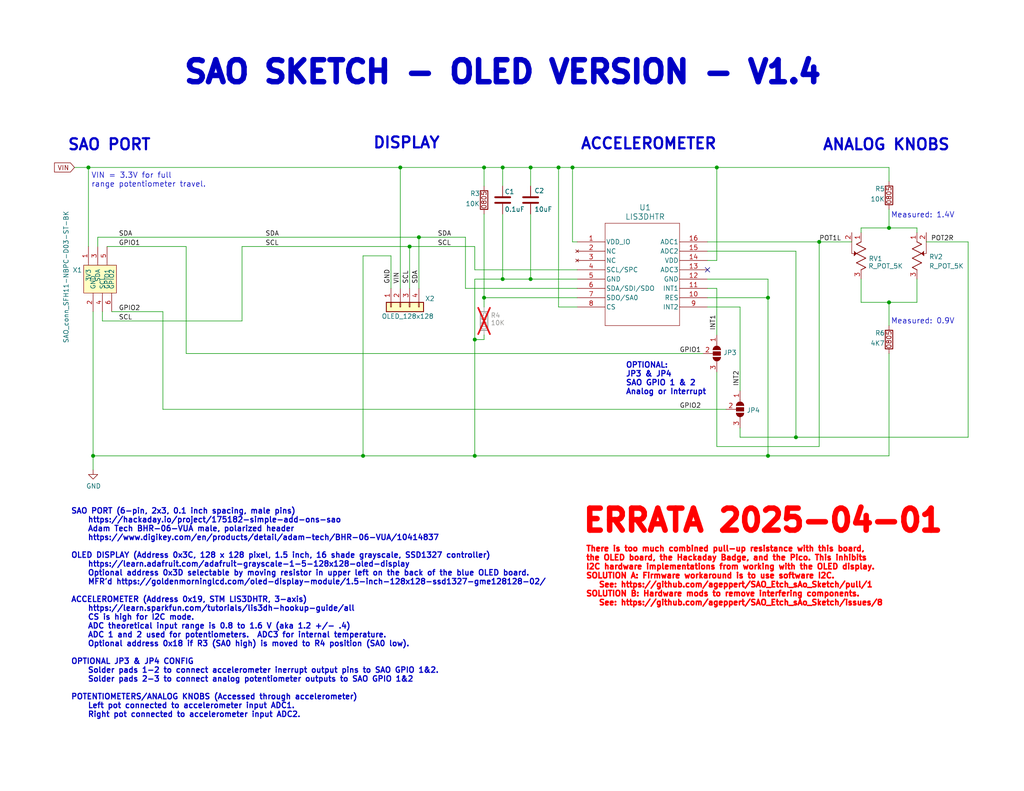
<source format=kicad_sch>
(kicad_sch (version 20231120) (generator "eeschema") (generator_version "8.0")
  (paper "A")
  (title_block (title "Etch sAo Sketch - OLED Version") (date "2025-04-12") (rev "1.4") (company "Concept and design by Andy Geppert @ www.MachineIdeas.com") (comment 2 "https://hackaday.io/project/197581-etch-sao-sketch") (comment 3 "https://github.com/ageppert/SAO_Etch_sAo_Sketch/") (comment 4 "All non-polarized capacitors are X7R or X5R ceramic unless otherwise noted."))
  (lib_symbols
    (symbol "ANDY_SYMBOL_LIBRARY:GND" (power) (pin_names (offset 0))
      (property "Value" "GND" (at 3.937 -1.905 0))
      (symbol "GND_0_1"
        (polyline (pts (xy 0 0) (xy 0 -1.27) (xy 1.27 -1.27) (xy 0 -2.54) (xy -1.27 -1.27) (xy 0 -1.27)))
      )
      (symbol "GND_1_1"
        (pin power_in line (at 0 0 270) (length 0) hide (name "GND") (number "1"))
      )
    )
    (symbol "ANDY_SYMBOL_LIBRARY:LIS3DHTR" (pin_names (offset 0.254))
      (property "Reference" "U" (at 18.288 9.652 0))
      (property "Value" "LIS3DHTR" (at 18.288 7.112 0))
      (symbol "LIS3DHTR_0_1"
        (polyline (pts (xy 7.62 -22.86) (xy 27.94 -22.86)) (stroke (width 0.127)))
        (polyline (pts (xy 7.62 5.08) (xy 7.62 -22.86)) (stroke (width 0.127)))
        (polyline (pts (xy 27.94 -22.86) (xy 27.94 5.08)) (stroke (width 0.127)))
        (polyline (pts (xy 27.94 5.08) (xy 7.62 5.08)) (stroke (width 0.127)))
        (pin power_in line (at 0 0 0) (length 7.62) (name "VDD_IO") (number "1"))
        (pin unspecified line (at 35.56 -15.24 180) (length 7.62) (name "RES") (number "10"))
        (pin unspecified line (at 35.56 -12.7 180) (length 7.62) (name "INT1") (number "11"))
        (pin power_in line (at 35.56 -10.16 180) (length 7.62) (name "GND") (number "12"))
        (pin input line (at 35.56 -7.62 180) (length 7.62) (name "ADC3") (number "13"))
        (pin power_in line (at 35.56 -5.08 180) (length 7.62) (name "VDD") (number "14"))
        (pin input line (at 35.56 -2.54 180) (length 7.62) (name "ADC2") (number "15"))
        (pin input line (at 35.56 0 180) (length 7.62) (name "ADC1") (number "16"))
        (pin no_connect line (at 0 -2.54 0) (length 7.62) (name "NC") (number "2"))
        (pin no_connect line (at 0 -5.08 0) (length 7.62) (name "NC") (number "3"))
        (pin unspecified line (at 0 -7.62 0) (length 7.62) (name "SCL/SPC") (number "4"))
        (pin power_in line (at 0 -10.16 0) (length 7.62) (name "GND") (number "5"))
        (pin unspecified line (at 0 -12.7 0) (length 7.62) (name "SDA/SDI/SDO") (number "6"))
        (pin unspecified line (at 0 -15.24 0) (length 7.62) (name "SDO/SA0") (number "7"))
        (pin unspecified line (at 0 -17.78 0) (length 7.62) (name "CS") (number "8"))
        (pin unspecified line (at 35.56 -17.78 180) (length 7.62) (name "INT2") (number "9"))
      )
    )
    (symbol "ANDY_SYMBOL_LIBRARY:POT_91AR5KLF" (pin_names (offset 0.254))
      (property "Reference" "R" (at 5.715 6.985 0))
      (property "Value" "POT_91AR5KLF" (at 6.35 -3.81 0))
      (symbol "POT_91AR5KLF_1_1"
        (polyline (pts (xy 2.54 0) (xy 3.175 1.27)) (stroke (width 0.2032)))
        (polyline (pts (xy 2.54 2.54) (xy 5.715 2.54)) (stroke (width 0.127)))
        (polyline (pts (xy 3.175 1.27) (xy 4.445 -1.27)) (stroke (width 0.2032)))
        (polyline (pts (xy 4.445 -1.27) (xy 5.715 1.27)) (stroke (width 0.2032)))
        (polyline (pts (xy 5.715 1.27) (xy 6.985 -1.27)) (stroke (width 0.2032)))
        (polyline (pts (xy 5.715 2.54) (xy 5.715 1.27)) (stroke (width 0.127)))
        (polyline (pts (xy 6.985 -1.27) (xy 8.255 1.27)) (stroke (width 0.2032)))
        (polyline (pts (xy 8.255 1.27) (xy 9.525 -1.27)) (stroke (width 0.2032)))
        (polyline (pts (xy 9.525 -1.27) (xy 10.16 0)) (stroke (width 0.2032)))
        (polyline (pts (xy 5.08 1.905) (xy 5.715 1.27) (xy 6.35 1.905) (xy 5.715 1.905)) (fill (type outline)))
        (pin unspecified line (at 0 0 0) (length 2.54) (name "") (number "1"))
        (pin unspecified line (at 2.54 2.54 180) (length 2.54) (name "") (number "2"))
        (pin unspecified line (at 12.7 0 180) (length 2.54) (name "") (number "3"))
      )
    )
    (symbol "ANDY_SYMBOL_LIBRARY:Resistor_0805" (pin_numbers hide) (pin_names (offset 0))
      (property "Reference" "R" (at 2.032 0 90))
      (property "Value" "Resistor_0805" (at 0 0 90))
      (symbol "Resistor_0805_0_1"
        (rectangle (start -1.016 -2.54) (end 1.016 2.54) (stroke (width 0.254)))
      )
      (symbol "Resistor_0805_1_1"
        (text "0805" (at 0 0 900) (effects (font (size 1.27 1.27))))
        (pin passive line (at 0 3.81 270) (length 1.27) (name "~") (number "1"))
        (pin passive line (at 0 -3.81 90) (length 1.27) (name "~") (number "2"))
      )
    )
    (symbol "ANDY_SYMBOL_LIBRARY:SAO_conn_SFH11-NBPC-D03-ST-BK-badgelife_shitty_addon_v169bis" (pin_names (offset 1.016))
      (property "Reference" "X1" (at -8.1534 1.1938 0))
      (property "Value" "SAO_conn_SFH11-NBPC-D03-ST-BK" (at -10.6934 -18.9484 0))
      (symbol "SAO_conn_SFH11-NBPC-D03-ST-BK-badgelife_shitty_addon_v169bis_0_1"
        (rectangle (start -5.08 2.54) (end 3.81 -5.08) (fill (type background)))
      )
      (symbol "SAO_conn_SFH11-NBPC-D03-ST-BK-badgelife_shitty_addon_v169bis_1_1"
        (pin input line (at -3.81 7.62 270) (length 5.08) (name "3V3") (number "1"))
        (pin input line (at -2.54 -10.16 90) (length 5.08) (name "GND") (number "2"))
        (pin input line (at -1.27 7.62 270) (length 5.08) (name "SDA") (number "3"))
        (pin input line (at 0 -10.16 90) (length 5.08) (name "SCL") (number "4"))
        (pin input line (at 1.27 7.62 270) (length 5.08) (name "GPIO1") (number "5"))
        (pin input line (at 2.54 -10.16 90) (length 5.08) (name "GPIO2") (number "6"))
      )
    )
    (symbol "CORE_64_LIBRARY:SolderJumper_3_Open-Jumper" (pin_names (offset 0) hide)
      (property "Reference" "JP1" (at -1.27 2.54 90))
      (symbol "SolderJumper_3_Open-Jumper_0_1"
        (arc (start -1.016 1.016) (mid -2.0275 0) (end -1.016 -1.016))
        (arc (start -1.016 1.016) (mid -2.0275 0) (end -1.016 -1.016) (fill (type outline)))
        (rectangle (start -0.508 1.016) (end 0.508 -1.016) (fill (type outline)))
        (polyline (pts (xy -2.54 0) (xy -2.032 0)))
        (polyline (pts (xy -1.016 1.016) (xy -1.016 -1.016)))
        (polyline (pts (xy 0 -1.27) (xy 0 -1.016)))
        (polyline (pts (xy 1.016 1.016) (xy 1.016 -1.016)))
        (polyline (pts (xy 2.54 0) (xy 2.032 0)))
        (arc (start 1.016 -1.016) (mid 2.0275 0) (end 1.016 1.016))
        (arc (start 1.016 -1.016) (mid 2.0275 0) (end 1.016 1.016) (fill (type outline)))
      )
      (symbol "SolderJumper_3_Open-Jumper_1_1"
        (pin passive line (at -5.08 0 0) (length 2.54) (name "A") (number "1"))
        (pin input line (at 0 -3.81 90) (length 2.54) (name "C") (number "2"))
        (pin passive line (at 5.08 0 180) (length 2.54) (name "B") (number "3"))
      )
    )
    (symbol "Connector_Generic:Conn_01x04" (pin_names (offset 1.016) hide)
      (property "Reference" "J" (at 0 5.08 0))
      (property "Value" "Conn_01x04" (at 0 -7.62 0))
      (symbol "Conn_01x04_1_1"
        (rectangle (start -1.27 -4.953) (end 0 -5.207) (stroke (width 0.1524)))
        (rectangle (start -1.27 -2.413) (end 0 -2.667) (stroke (width 0.1524)))
        (rectangle (start -1.27 0.127) (end 0 -0.127) (stroke (width 0.1524)))
        (rectangle (start -1.27 2.667) (end 0 2.413) (stroke (width 0.1524)))
        (rectangle (start -1.27 3.81) (end 1.27 -6.35) (stroke (width 0.254)) (fill (type background)))
        (pin passive line (at -5.08 2.54 0) (length 3.81) (name "Pin_1") (number "1"))
        (pin passive line (at -5.08 0 0) (length 3.81) (name "Pin_2") (number "2"))
        (pin passive line (at -5.08 -2.54 0) (length 3.81) (name "Pin_3") (number "3"))
        (pin passive line (at -5.08 -5.08 0) (length 3.81) (name "Pin_4") (number "4"))
      )
    )
    (symbol "Device:C" (pin_numbers hide) (pin_names (offset 0.254))
      (property "Reference" "C" (at 0.635 2.54 0))
      (property "Value" "C" (at 0.635 -2.54 0))
      (symbol "C_0_1"
        (polyline (pts (xy -2.032 -0.762) (xy 2.032 -0.762)) (stroke (width 0.508)))
        (polyline (pts (xy -2.032 0.762) (xy 2.032 0.762)) (stroke (width 0.508)))
      )
      (symbol "C_1_1"
        (pin passive line (at 0 3.81 270) (length 2.794) (name "~") (number "1"))
        (pin passive line (at 0 -3.81 90) (length 2.794) (name "~") (number "2"))
      )
    )
  )
  (bus_alias "CA_SHIFT_REGISTER_BUS" (members "CM_SR_CLK" "CM_SR_LAT" "CM_SR_~{OE}" "CM_SR_SER1"))
  (bus_alias "CM_TRANSISTOR_DRIVE_BUS" (members "CM_Q1N" "CM_Q1P" "CM_Q2N" "CM_Q2P" "CM_Q3N" "CM_Q3P" "CM_Q4N" "CM_Q4P" "CM_Q5N" "CM_Q5P" "CM_Q6N" "CM_Q6P" "CM_Q7N" "CM_Q7P" "CM_Q8N" "CM_Q8P" "CM_Q9N" "CM_Q9P" "CM_Q10N" "CM_Q10P" "CA_SR_GPO_A" "CA_SR_GPO_B" "CA_SR_GPO_C" "CA_SR_GPO_D"))
  (bus_alias "GPIO_CPS_BUS" (members "GPIO1_CP1_SAO1" "GPIO2_CP2_SAO2" "GPIO3_CP3_DC" "GPIO4_CP4_CS2" "GPIO5_CP5_HS1" "GPIO6_CP6_HS2" "GPIO7_CP7_HS3" "GPIO8_CP8_HS4"))
  (bus_alias "I2C_3V3_BUS" (members "I2C_3V3_SCL" "I2C_3V3_SDA"))
  (bus_alias "SPI_3V3_BUS" (members "SPI_CD" "SPI_RESET" "SPI_SDI" "SPI_CS1" "SPI_CLK" "SPI_SDO"))
  (junction (at 217.17 119.38))
  (junction (at 109.22 45.72))
  (junction (at 132.08 45.72))
  (junction (at 25.4 124.46))
  (junction (at 209.55 124.46))
  (junction (at 144.78 76.2))
  (junction (at 144.78 45.72))
  (junction (at 195.58 45.72))
  (junction (at 129.54 92.71))
  (junction (at 242.57 62.23))
  (junction (at 137.16 45.72))
  (junction (at 242.57 82.55))
  (junction (at 24.13 45.72))
  (junction (at 152.4 45.72))
  (junction (at 114.3 64.77))
  (junction (at 209.55 81.28))
  (junction (at 111.76 67.31))
  (junction (at 129.54 124.46))
  (junction (at 156.21 45.72))
  (junction (at 223.52 66.04))
  (junction (at 137.16 76.2))
  (junction (at 99.06 124.46))
  (junction (at 132.08 81.28))
  (no_connect (at 193.04 73.66))
  (wire (pts (xy 156.21 45.72) (xy 195.58 45.72)))
  (wire (pts (xy 217.17 119.38) (xy 264.16 119.38)))
  (wire (pts (xy 27.94 87.63) (xy 27.94 85.09)))
  (wire (pts (xy 195.58 121.92) (xy 195.58 101.6)))
  (wire (pts (xy 193.04 83.82) (xy 201.93 83.82)))
  (wire (pts (xy 132.08 81.28) (xy 132.08 58.42)))
  (wire (pts (xy 127 78.74) (xy 127 64.77)))
  (wire (pts (xy 252.73 66.04) (xy 264.16 66.04)))
  (wire (pts (xy 195.58 45.72) (xy 242.57 45.72)))
  (wire (pts (xy 30.48 85.09) (xy 44.45 85.09)))
  (wire (pts (xy 264.16 119.38) (xy 264.16 66.04)))
  (wire (pts (xy 137.16 58.42) (xy 137.16 76.2)))
  (wire (pts (xy 25.4 124.46) (xy 99.06 124.46)))
  (wire (pts (xy 157.48 81.28) (xy 132.08 81.28)))
  (wire (pts (xy 137.16 45.72) (xy 137.16 50.8)))
  (wire (pts (xy 20.32 45.72) (xy 24.13 45.72)))
  (wire (pts (xy 50.8 67.31) (xy 50.8 96.52)))
  (wire (pts (xy 109.22 45.72) (xy 132.08 45.72)))
  (wire (pts (xy 242.57 88.9) (xy 242.57 82.55)))
  (wire (pts (xy 50.8 96.52) (xy 191.77 96.52)))
  (wire (pts (xy 193.04 78.74) (xy 195.58 78.74)))
  (wire (pts (xy 132.08 91.44) (xy 132.08 92.71)))
  (wire (pts (xy 137.16 45.72) (xy 144.78 45.72)))
  (wire (pts (xy 129.54 124.46) (xy 209.55 124.46)))
  (wire (pts (xy 144.78 45.72) (xy 144.78 50.8)))
  (wire (pts (xy 24.13 45.72) (xy 109.22 45.72)))
  (wire (pts (xy 234.95 76.2) (xy 234.95 82.55)))
  (wire (pts (xy 114.3 64.77) (xy 127 64.77)))
  (wire (pts (xy 144.78 76.2) (xy 157.48 76.2)))
  (wire (pts (xy 99.06 124.46) (xy 129.54 124.46)))
  (wire (pts (xy 129.54 76.2) (xy 129.54 92.71)))
  (wire (pts (xy 217.17 68.58) (xy 217.17 119.38)))
  (wire (pts (xy 26.67 64.77) (xy 26.67 67.31)))
  (wire (pts (xy 157.48 78.74) (xy 127 78.74)))
  (wire (pts (xy 152.4 83.82) (xy 157.48 83.82)))
  (wire (pts (xy 109.22 45.72) (xy 109.22 78.74)))
  (wire (pts (xy 26.67 64.77) (xy 114.3 64.77)))
  (wire (pts (xy 106.68 69.85) (xy 106.68 78.74)))
  (wire (pts (xy 195.58 78.74) (xy 195.58 91.44)))
  (wire (pts (xy 242.57 82.55) (xy 250.19 82.55)))
  (wire (pts (xy 157.48 66.04) (xy 156.21 66.04)))
  (wire (pts (xy 195.58 45.72) (xy 195.58 71.12)))
  (wire (pts (xy 132.08 45.72) (xy 137.16 45.72)))
  (wire (pts (xy 223.52 66.04) (xy 223.52 121.92)))
  (wire (pts (xy 209.55 124.46) (xy 242.57 124.46)))
  (wire (pts (xy 132.08 92.71) (xy 129.54 92.71)))
  (wire (pts (xy 44.45 111.76) (xy 198.12 111.76)))
  (wire (pts (xy 144.78 45.72) (xy 152.4 45.72)))
  (wire (pts (xy 234.95 62.23) (xy 242.57 62.23)))
  (wire (pts (xy 27.94 87.63) (xy 66.04 87.63)))
  (wire (pts (xy 242.57 96.52) (xy 242.57 124.46)))
  (wire (pts (xy 114.3 64.77) (xy 114.3 78.74)))
  (wire (pts (xy 111.76 67.31) (xy 129.54 67.31)))
  (wire (pts (xy 152.4 45.72) (xy 152.4 83.82)))
  (wire (pts (xy 193.04 71.12) (xy 195.58 71.12)))
  (wire (pts (xy 137.16 76.2) (xy 144.78 76.2)))
  (wire (pts (xy 44.45 85.09) (xy 44.45 111.76)))
  (wire (pts (xy 223.52 66.04) (xy 232.41 66.04)))
  (wire (pts (xy 242.57 45.72) (xy 242.57 49.53)))
  (wire (pts (xy 137.16 76.2) (xy 129.54 76.2)))
  (wire (pts (xy 217.17 68.58) (xy 193.04 68.58)))
  (wire (pts (xy 223.52 121.92) (xy 195.58 121.92)))
  (wire (pts (xy 129.54 73.66) (xy 129.54 67.31)))
  (wire (pts (xy 201.93 83.82) (xy 201.93 106.68)))
  (wire (pts (xy 152.4 45.72) (xy 156.21 45.72)))
  (wire (pts (xy 209.55 81.28) (xy 209.55 124.46)))
  (wire (pts (xy 144.78 58.42) (xy 144.78 76.2)))
  (wire (pts (xy 156.21 66.04) (xy 156.21 45.72)))
  (wire (pts (xy 250.19 76.2) (xy 250.19 82.55)))
  (wire (pts (xy 99.06 69.85) (xy 99.06 124.46)))
  (wire (pts (xy 234.95 62.23) (xy 234.95 63.5)))
  (wire (pts (xy 129.54 92.71) (xy 129.54 124.46)))
  (wire (pts (xy 242.57 62.23) (xy 250.19 62.23)))
  (wire (pts (xy 25.4 128.27) (xy 25.4 124.46)))
  (wire (pts (xy 242.57 57.15) (xy 242.57 62.23)))
  (wire (pts (xy 111.76 67.31) (xy 111.76 78.74)))
  (wire (pts (xy 201.93 119.38) (xy 217.17 119.38)))
  (wire (pts (xy 66.04 67.31) (xy 66.04 87.63)))
  (wire (pts (xy 99.06 69.85) (xy 106.68 69.85)))
  (wire (pts (xy 66.04 67.31) (xy 111.76 67.31)))
  (wire (pts (xy 157.48 73.66) (xy 129.54 73.66)))
  (wire (pts (xy 193.04 81.28) (xy 209.55 81.28)))
  (wire (pts (xy 250.19 62.23) (xy 250.19 63.5)))
  (wire (pts (xy 29.21 67.31) (xy 50.8 67.31)))
  (wire (pts (xy 25.4 124.46) (xy 25.4 85.09)))
  (wire (pts (xy 234.95 82.55) (xy 242.57 82.55)))
  (wire (pts (xy 209.55 76.2) (xy 209.55 81.28)))
  (wire (pts (xy 132.08 81.28) (xy 132.08 83.82)))
  (wire (pts (xy 193.04 76.2) (xy 209.55 76.2)))
  (wire (pts (xy 201.93 119.38) (xy 201.93 116.84)))
  (wire (pts (xy 193.04 66.04) (xy 223.52 66.04)))
  (wire (pts (xy 132.08 45.72) (xy 132.08 50.8)))
  (wire (pts (xy 24.13 45.72) (xy 24.13 67.31)))
  (text "SAO PORT (6-pin, 2x3, 0.1 inch spacing, male pins)\n    https://hackaday.io/project/175182-simple-add-ons-sao\n    Adam Tech BHR-06-VUA male, polarized header\n    https://www.digikey.com/en/products/detail/adam-tech/BHR-06-VUA/10414837\n\nOLED DISPLAY (Address 0x3C, 128 x 128 pixel, 1.5 inch, 16 shade grayscale, SSD1327 controller)\n    https://learn.adafruit.com/adafruit-grayscale-1-5-128x128-oled-display\n    Optional address 0x3D selectable by moving resistor in upper left on the back of the blue OLED board.\n    MFR'd https://goldenmorninglcd.com/oled-display-module/1.5-inch-128x128-ssd1327-gme128128-02/\n\nACCELEROMETER (Address 0x19, STM LIS3DHTR, 3-axis)\n    https://learn.sparkfun.com/tutorials/lis3dh-hookup-guide/all\n    CS is high for I2C mode.\n    ADC theoretical input range is 0.8 to 1.6 V (aka 1.2 +/- .4)\n    ADC 1 and 2 used for potentiometers.  ADC3 for internal temperature.\n    Optional address 0x18 if R3 (SA0 high) is moved to R4 position (SA0 low).\n\nOPTIONAL JP3 & JP4 CONFIG\n    Solder pads 1-2 to connect accelerometer inerrupt output pins to SAO GPIO 1&2.\n    Solder pads 2-3 to connect analog potentiometer outputs to SAO GPIO 1&2  \n\nPOTENTIOMETERS/ANALOG KNOBS (Accessed through accelerometer)\n    Left pot connected to accelerometer input ADC1.\n    Right pot connected to accelerometer input ADC2." (at 19.304 196.088 0) (effects (font (size 1.5 1.5) (thickness 0.3) (bold yes)) (justify left bottom)))
  (text "Measured: 1.4V" (at 243.078 59.69 0) (effects (font (size 1.5 1.5)) (justify left bottom)))
  (text "DISPLAY" (at 101.6 40.894 0) (effects (font (size 3 3) (thickness 0.6) (bold yes)) (justify left bottom)))
  (text "ANALOG KNOBS" (at 224.282 41.402 0) (effects (font (size 3 3) (thickness 0.6) (bold yes)) (justify left bottom)))
  (text "SAO SKETCH - OLED VERSION - V1.4" (at 137.16 23.368 0) (effects (font (size 6 6) (thickness 1.6) (bold yes)) (justify bottom)))
  (text "Measured: 0.9V" (at 243.078 88.646 0) (effects (font (size 1.5 1.5)) (justify left bottom)))
  (text "VIN = 3.3V for full\nrange potentiometer travel." (at 24.892 51.308 0) (effects (font (size 1.5 1.5)) (justify left bottom)))
  (text "OPTIONAL:\nJP3 & JP4\nSAO GPIO 1 & 2\nAnalog or Interrupt" (at 170.688 107.95 0) (effects (font (size 1.5 1.5) (thickness 0.3) (bold yes)) (justify left bottom)))
  (text "There is too much combined pull-up resistance with this board,\nthe OLED board, the Hackaday Badge, and the Pico. This inhibits\nI2C hardware implementations from working with the OLED display.\nSOLUTION A: Firmware workaround is to use software I2C.\n   See: https://github.com/ageppert/SAO_Etch_sAo_Sketch/pull/1\nSOLUTION B: Hardware mods to remove interfering components.\n   See: https://github.com/ageppert/SAO_Etch_sAo_Sketch/issues/8" (at 159.766 165.608 0) (effects (font (size 1.524 1.524) (thickness 1.6) (bold yes)) (justify left bottom)))
  (text "ACCELEROMETER" (at 158.242 41.148 0) (effects (font (size 3 3) (thickness 0.6) (bold yes)) (justify left bottom)))
  (text "SAO PORT" (at 18.288 41.402 0) (effects (font (size 3 3) (thickness 0.6) (bold yes)) (justify left bottom)))
  (text "ERRATA 2025-04-01" (at 158.496 145.796 0) (effects (font (size 6 6) (thickness 1.6) (bold yes)) (justify left bottom)))
  (label "SDA" (at 32.385 64.77 0))
  (label "GPIO1" (at 32.385 67.31 0))
  (label "SCL" (at 32.385 87.63 0))
  (label "POT2R" (at 254 66.04 0))
  (label "VIN" (at 109.22 77.47 90))
  (label "INT2" (at 201.93 105.41 90))
  (label "GPIO2" (at 32.385 85.09 0))
  (label "GPIO1" (at 185.42 96.52 0))
  (label "SCL" (at 119.38 67.31 0))
  (label "SCL" (at 111.76 77.47 90))
  (label "SDA" (at 72.39 64.77 0))
  (label "GND" (at 106.68 77.47 90))
  (label "GPIO2" (at 185.42 111.76 0))
  (label "SDA" (at 114.3 77.47 90))
  (label "POT1L" (at 223.52 66.04 0))
  (label "SDA" (at 119.38 64.77 0))
  (label "SCL" (at 72.39 67.31 0))
  (label "INT1" (at 195.58 90.17 90))
  (global_label "VIN" (shape input) (at 20.32 45.72 180) (property "Intersheetrefs" "${INTERSHEET_REFS}" (effects (hide yes))))
  (symbol (lib_id "CORE_64_LIBRARY:SolderJumper_3_Open-Jumper") (at 201.93 111.76 270) (unit 1)
    (property "Reference" "JP4" (at 203.708 112.014 90) (effects (justify left)))
    (property "Value" "SolderJumper_3_Open" (effects (hide yes)))
    (property "Footprint" "Jumper:SolderJumper-3_P1.3mm_Open_RoundedPad1.0x1.5mm_NumberLabels" (effects (hide yes)))
    (property "Insert?" "No" (effects (hide yes)))
    (property "Populate" "DNP" (effects (hide yes)))
  )
  (symbol (lib_id "CORE_64_LIBRARY:SolderJumper_3_Open-Jumper") (at 195.58 96.52 270) (unit 1)
    (property "Reference" "JP3" (at 197.358 96.266 90) (effects (justify left)))
    (property "Value" "SolderJumper_3_Open" (effects (hide yes)))
    (property "Footprint" "Jumper:SolderJumper-3_P1.3mm_Open_RoundedPad1.0x1.5mm_NumberLabels" (effects (hide yes)))
    (property "Insert?" "No" (effects (hide yes)))
    (property "Populate" "DNP" (effects (hide yes)))
  )
  (symbol (lib_id "ANDY_SYMBOL_LIBRARY:GND") (at 25.4 128.27 0) (unit 1)
    (property "Reference" "#PWR02" (effects (hide yes)))
    (property "Value" "GND" (at 25.527 132.715 0))
  )
  (symbol (lib_id "ANDY_SYMBOL_LIBRARY:LIS3DHTR") (at 157.48 66.04 0) (unit 1)
    (property "Reference" "U1" (at 176.022 56.642 0) (effects (font (size 1.524 1.524))))
    (property "Value" "LIS3DHTR" (at 176.022 59.182 0) (effects (font (size 1.524 1.524))))
    (property "Footprint" "Andy_Footprint_Library:LGA-16_3x3x1mm_STM" (effects (hide yes)))
    (property "Datasheet" "LIS3DHTR" (effects (hide yes)))
    (property "Digi-Key_PN" "497-10613-2-ND" (effects (hide yes)))
    (property "LCSC" "C15134" (effects (hide yes)))
    (property "Manufacturer" "STMicroelectronics" (effects (hide yes)))
    (property "Manufacturer_Part_Number" "LIS3DHTR" (effects (hide yes)))
  )
  (symbol (lib_id "Connector_Generic:Conn_01x04") (at 109.22 83.82 90) (mirror x) (unit 1)
    (property "Reference" "X2" (at 118.618 81.534 90) (effects (justify left)))
    (property "Value" "OLED_128x128" (at 118.364 86.36 90) (effects (justify left)))
    (property "Footprint" "Andy_Footprint_Library:OLED_1.50_128x128" (effects (hide yes)))
    (property "Insert?" "No" (effects (hide yes)))
    (property "Populate" "DNP" (effects (hide yes)))
    (property "User Optional" "yes" (effects (hide yes)))
  )
  (symbol (lib_id "ANDY_SYMBOL_LIBRARY:POT_91AR5KLF") (at 234.95 63.5 90) (mirror x) (unit 1)
    (property "Reference" "RV1" (at 240.792 70.612 90) (effects (justify left)))
    (property "Value" "R_POT_5K" (at 246.38 72.644 90) (effects (justify left)))
    (property "Footprint" "Andy_Footprint_Library:POT_RES3_91A_TTE" (effects (hide yes)))
    (property "Datasheet" "91AR5KLF" (effects (hide yes)))
    (property "Description" "Potentiometer, US symbol" (effects (hide yes)))
    (property "Digi-Key_PN" "987-1171-ND" (effects (hide yes)))
    (property "Manufacturer" "TT Electronics" (effects (hide yes)))
    (property "Manufacturer_Part_Number" "91AR5KLF" (effects (hide yes)))
  )
  (symbol (lib_id "ANDY_SYMBOL_LIBRARY:Resistor_0805") (at 132.08 54.61 0) (unit 1)
    (property "Reference" "R3" (at 128.27 52.832 0) (effects (justify left)))
    (property "Value" "10K" (at 127 55.626 0) (effects (justify left)))
    (property "Footprint" "Resistor_SMD:R_0805_2012Metric" (effects (hide yes)))
    (property "Description" "Resistor" (effects (hide yes)))
    (property "Populate" "no" (effects (hide yes)))
    (property "LCSC" "C17414" (effects (hide yes)))
  )
  (symbol (lib_id "ANDY_SYMBOL_LIBRARY:Resistor_0805") (at 132.08 87.63 0) (unit 1) (dnp yes)
    (property "Reference" "R4" (at 133.858 86.106 0) (effects (justify left)))
    (property "Value" "10K" (at 133.858 88.138 0) (effects (justify left)))
    (property "Footprint" "Resistor_SMD:R_0805_2012Metric" (effects (hide yes)))
    (property "Description" "Resistor" (effects (hide yes)))
    (property "Populate" "no" (effects (hide yes)))
    (property "LCSC" "C17414" (effects (hide yes)))
  )
  (symbol (lib_id "ANDY_SYMBOL_LIBRARY:Resistor_0805") (at 242.57 92.71 0) (unit 1)
    (property "Reference" "R6" (at 238.76 90.932 0) (effects (justify left)))
    (property "Value" "4K7" (at 237.49 93.726 0) (effects (justify left)))
    (property "Footprint" "Resistor_SMD:R_0805_2012Metric" (effects (hide yes)))
    (property "Description" "Resistor" (effects (hide yes)))
    (property "Populate" "no" (effects (hide yes)))
    (property "LCSC" "C17673" (effects (hide yes)))
  )
  (symbol (lib_id "Device:C") (at 137.16 54.61 0) (unit 1)
    (property "Reference" "C1" (at 137.668 52.324 0) (effects (justify left)))
    (property "Value" "0.1uF" (at 137.668 57.15 0) (effects (justify left)))
    (property "Footprint" "Capacitor_SMD:C_0805_2012Metric" (effects (hide yes)))
    (property "Description" "CAP" (effects (hide yes)))
    (property "Insert?" "Yes" (effects (hide yes)))
    (property "LCSC" "C28233" (effects (hide yes)))
    (property "Populate" "yes" (effects (hide yes)))
  )
  (symbol (lib_id "Device:C") (at 144.78 54.61 0) (unit 1)
    (property "Reference" "C2" (at 145.796 52.07 0) (effects (justify left)))
    (property "Value" "10uF" (at 145.796 57.15 0) (effects (justify left)))
    (property "Footprint" "Capacitor_SMD:C_0805_2012Metric" (effects (hide yes)))
    (property "Description" "CAP" (effects (hide yes)))
    (property "Insert?" "Yes" (effects (hide yes)))
    (property "LCSC" "C17024" (effects (hide yes)))
    (property "Populate" "yes" (effects (hide yes)))
  )
  (symbol (lib_id "ANDY_SYMBOL_LIBRARY:SAO_conn_SFH11-NBPC-D03-ST-BK-badgelife_shitty_addon_v169bis") (at 27.94 74.93 0) (unit 1)
    (property "Reference" "X1" (at 19.7866 73.7362 0) (effects (justify left)))
    (property "Value" "SAO_conn_SFH11-NBPC-D03-ST-BK" (at 18.034 93.726 90) (effects (justify left)))
    (property "Footprint" "Andy_Footprint_Library:Badgelife-SAOv169-BADGE-2x3-Edge-Connect-no-front-text-shortened" (effects (hide yes)))
    (property "Description" "CONN HDR 6POS KEYED SOCKET 0.1 T.H." (effects (hide yes)))
    (property "MPN" "SFH11-NBPC-D03-ST-BK" (effects (hide yes)))
    (property "Manufacturer_Name" "Sullins" (effects (hide yes)))
    (property "Insert?" "Yes" (effects (hide yes)))
    (property "Populate" "DNP" (effects (hide yes)))
    (property "User Optional" "yes" (effects (hide yes)))
  )
  (symbol (lib_id "ANDY_SYMBOL_LIBRARY:POT_91AR5KLF") (at 250.19 63.5 270) (unit 1)
    (property "Reference" "RV2" (at 253.492 70.104 90) (effects (justify left)))
    (property "Value" "R_POT_5K" (at 253.492 72.644 90) (effects (justify left)))
    (property "Footprint" "Andy_Footprint_Library:POT_RES3_91A_TTE" (effects (hide yes)))
    (property "Datasheet" "91AR5KLF" (effects (hide yes)))
    (property "Description" "Potentiometer, US symbol" (effects (hide yes)))
    (property "Digi-Key_PN" "987-1171-ND" (effects (hide yes)))
    (property "Manufacturer" "TT Electronics" (effects (hide yes)))
    (property "Manufacturer_Part_Number" "91AR5KLF" (effects (hide yes)))
  )
  (symbol (lib_id "ANDY_SYMBOL_LIBRARY:Resistor_0805") (at 242.57 53.34 0) (unit 1)
    (property "Reference" "R5" (at 238.76 51.562 0) (effects (justify left)))
    (property "Value" "10K" (at 237.49 54.356 0) (effects (justify left)))
    (property "Footprint" "Resistor_SMD:R_0805_2012Metric" (effects (hide yes)))
    (property "Description" "Resistor" (effects (hide yes)))
    (property "Populate" "no" (effects (hide yes)))
    (property "LCSC" "C17414" (effects (hide yes)))
  )
)
</source>
